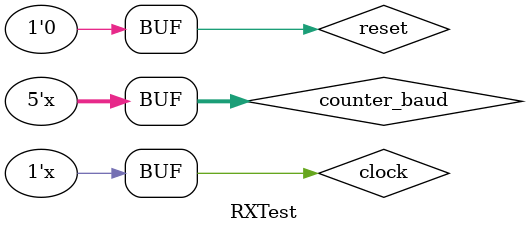
<source format=v>
`timescale 1ns / 1ps


module RXTest;

	// Inputs
	reg rx;
	reg reset;
	reg clock;

	// Outputs
	wire rx_done;
	wire [7:0] d_out;
	
		
	// Outputs
	wire baud_rate_clock;
	
	reg [5:0]counter;
	reg [4:0]counter_baud;
	// Instantiate the Unit Under Test (UUT)
	UART_rx uut (
		.rx(rx), 
		.s_tick(baud_rate_clock), 
		.reset(reset), 
		.clock(clock), 
		.rx_done(rx_done), 
		.d_out(d_out)
	);
	


	// Instantiate the Unit Under Test (UUT)
	UART_baud_rate_generator  baud_rate  (
		.clock(clock), 
		.baud_rate_clock(baud_rate_clock)
	);


	initial begin
		// Initialize Inputs
		rx = 1;
		reset = 1;
		clock = 0;
		counter = 0;
		counter_baud=0;
		// Wait 100 ns for global reset to finish
		#100;
      reset = 0;
		// Add stimulus here

	end
	
	always begin 
		clock = ~clock;
		#10;
	end
	
	always @(baud_rate_clock) begin 
		
		counter_baud=counter_baud+1;
		if(counter_baud==0) begin
			counter=counter+1;
			case (counter) 
			7: rx=0; //start bit
			8: rx=1;
			9: rx=1;
			10: rx=1;
			11: rx=0;
			12: rx=1;
			13: rx=0;
			14: rx=1;
			15: rx=0;
			16: rx=1;// stop bit
			17: rx=1;// otro porque soy re heavy
			18: counter=0;
			default: rx=1;
			endcase;
		end
	end
	
      
endmodule


</source>
